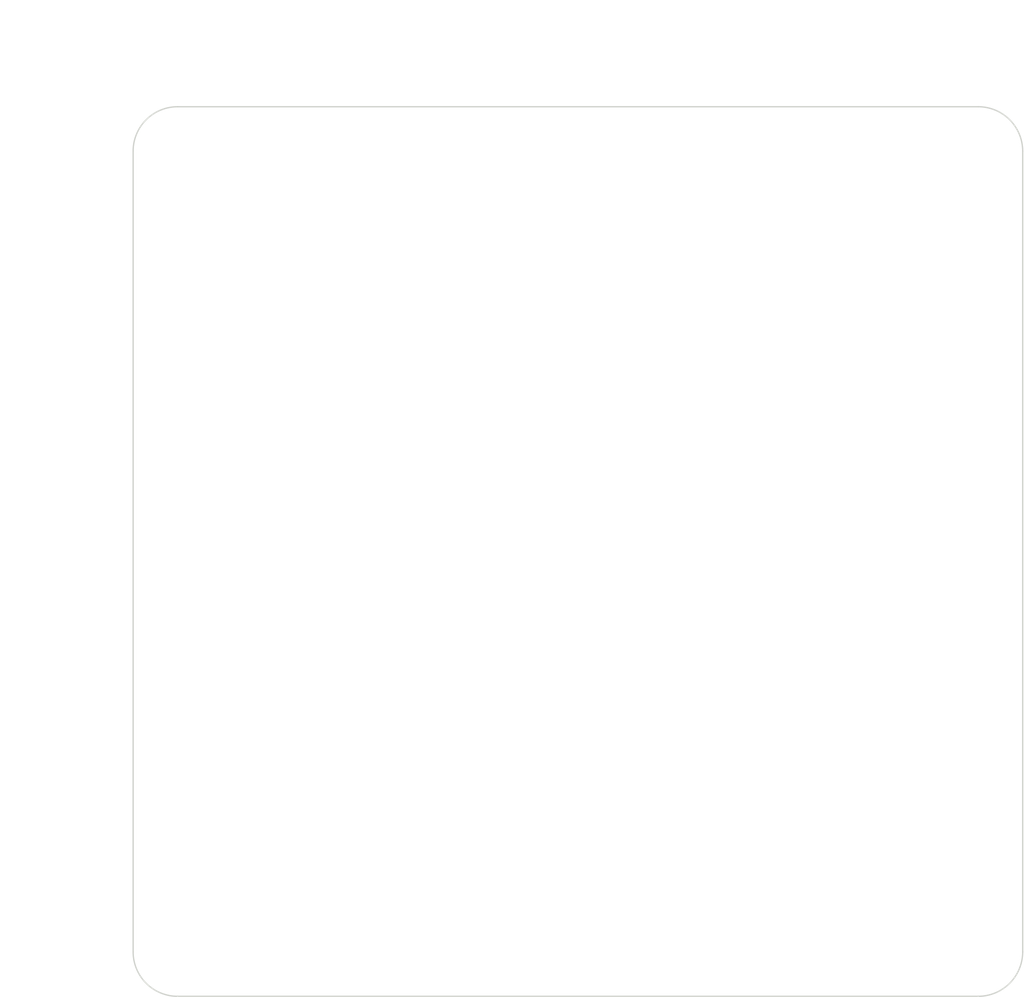
<source format=kicad_pcb>
(kicad_pcb (version 20171130) (host pcbnew 5.1.10-88a1d61d58~90~ubuntu20.04.1)

  (general
    (thickness 1.6)
    (drawings 28)
    (tracks 0)
    (zones 0)
    (modules 4)
    (nets 1)
  )

  (page A4)
  (layers
    (0 F.Cu signal)
    (31 B.Cu signal)
    (32 B.Adhes user)
    (33 F.Adhes user)
    (34 B.Paste user)
    (35 F.Paste user)
    (36 B.SilkS user)
    (37 F.SilkS user)
    (38 B.Mask user)
    (39 F.Mask user)
    (40 Dwgs.User user)
    (41 Cmts.User user hide)
    (42 Eco1.User user)
    (43 Eco2.User user)
    (44 Edge.Cuts user)
    (45 Margin user)
    (46 B.CrtYd user)
    (47 F.CrtYd user)
    (48 B.Fab user)
    (49 F.Fab user)
  )

  (setup
    (last_trace_width 0.25)
    (trace_clearance 0.2)
    (zone_clearance 0.508)
    (zone_45_only no)
    (trace_min 0.2)
    (via_size 0.8)
    (via_drill 0.4)
    (via_min_size 0.4)
    (via_min_drill 0.3)
    (uvia_size 0.3)
    (uvia_drill 0.1)
    (uvias_allowed no)
    (uvia_min_size 0.2)
    (uvia_min_drill 0.1)
    (edge_width 0.05)
    (segment_width 0.2)
    (pcb_text_width 0.3)
    (pcb_text_size 1.5 1.5)
    (mod_edge_width 0.12)
    (mod_text_size 1 1)
    (mod_text_width 0.15)
    (pad_size 1.524 1.524)
    (pad_drill 0.762)
    (pad_to_mask_clearance 0)
    (aux_axis_origin 0 0)
    (grid_origin 165 40)
    (visible_elements FFFFFF7F)
    (pcbplotparams
      (layerselection 0x010fc_ffffffff)
      (usegerberextensions false)
      (usegerberattributes true)
      (usegerberadvancedattributes true)
      (creategerberjobfile true)
      (excludeedgelayer true)
      (linewidth 0.100000)
      (plotframeref false)
      (viasonmask false)
      (mode 1)
      (useauxorigin false)
      (hpglpennumber 1)
      (hpglpenspeed 20)
      (hpglpendiameter 15.000000)
      (psnegative false)
      (psa4output false)
      (plotreference true)
      (plotvalue true)
      (plotinvisibletext false)
      (padsonsilk false)
      (subtractmaskfromsilk false)
      (outputformat 1)
      (mirror false)
      (drillshape 1)
      (scaleselection 1)
      (outputdirectory ""))
  )

  (net 0 "")

  (net_class Default "This is the default net class."
    (clearance 0.2)
    (trace_width 0.25)
    (via_dia 0.8)
    (via_drill 0.4)
    (uvia_dia 0.3)
    (uvia_drill 0.1)
  )

  (module footprint:MountingHole_3.2mm_M3,rpi_like locked (layer F.Cu) (tedit 5E3FD253) (tstamp 61477A9A)
    (at 40 130)
    (descr "Mounting Hole 2.7mm, no annular, M2.5")
    (tags "mounting hole 2.7mm no annular m2.5")
    (path /6145F63E)
    (attr virtual)
    (fp_text reference H4 (at 0 -3.81) (layer F.SilkS) hide
      (effects (font (size 1 1) (thickness 0.15)))
    )
    (fp_text value MountingHole (at 0 3.7) (layer F.Fab)
      (effects (font (size 1 1) (thickness 0.15)))
    )
    (fp_circle (center 0 0) (end 2.7 0) (layer Cmts.User) (width 0.15))
    (fp_circle (center 0 0) (end 2.95 0) (layer F.CrtYd) (width 0.05))
    (fp_circle (center 0 0) (end 1.905 0) (layer F.Mask) (width 1.2))
    (fp_circle (center 0 0) (end 1.905 0) (layer B.Mask) (width 1.2))
    (fp_text user %R (at 0 -3.81) (layer F.Fab)
      (effects (font (size 1 1) (thickness 0.15)))
    )
    (pad "" np_thru_hole circle (at 0 0) (size 3.2 3.2) (drill 3.2) (layers *.Cu *.Mask)
      (solder_mask_margin 1.5) (clearance 1.5))
  )

  (module footprint:MountingHole_3.2mm_M3,rpi_like locked (layer F.Cu) (tedit 5E3FD253) (tstamp 614777DA)
    (at 130 130)
    (descr "Mounting Hole 2.7mm, no annular, M2.5")
    (tags "mounting hole 2.7mm no annular m2.5")
    (path /6145F800)
    (attr virtual)
    (fp_text reference H3 (at 0 -3.81) (layer F.SilkS) hide
      (effects (font (size 1 1) (thickness 0.15)))
    )
    (fp_text value MountingHole (at 0 3.7) (layer F.Fab)
      (effects (font (size 1 1) (thickness 0.15)))
    )
    (fp_circle (center 0 0) (end 2.7 0) (layer Cmts.User) (width 0.15))
    (fp_circle (center 0 0) (end 2.95 0) (layer F.CrtYd) (width 0.05))
    (fp_circle (center 0 0) (end 1.905 0) (layer F.Mask) (width 1.2))
    (fp_circle (center 0 0) (end 1.905 0) (layer B.Mask) (width 1.2))
    (fp_text user %R (at 0 -3.81) (layer F.Fab)
      (effects (font (size 1 1) (thickness 0.15)))
    )
    (pad "" np_thru_hole circle (at 0 0) (size 3.2 3.2) (drill 3.2) (layers *.Cu *.Mask)
      (solder_mask_margin 1.5) (clearance 1.5))
  )

  (module footprint:MountingHole_3.2mm_M3,rpi_like locked (layer F.Cu) (tedit 5E3FD253) (tstamp 6147751A)
    (at 130 40)
    (descr "Mounting Hole 2.7mm, no annular, M2.5")
    (tags "mounting hole 2.7mm no annular m2.5")
    (path /6145F4A7)
    (attr virtual)
    (fp_text reference H2 (at 0 -3.81) (layer F.SilkS) hide
      (effects (font (size 1 1) (thickness 0.15)))
    )
    (fp_text value MountingHole (at 0 3.7) (layer F.Fab)
      (effects (font (size 1 1) (thickness 0.15)))
    )
    (fp_circle (center 0 0) (end 2.7 0) (layer Cmts.User) (width 0.15))
    (fp_circle (center 0 0) (end 2.95 0) (layer F.CrtYd) (width 0.05))
    (fp_circle (center 0 0) (end 1.905 0) (layer F.Mask) (width 1.2))
    (fp_circle (center 0 0) (end 1.905 0) (layer B.Mask) (width 1.2))
    (fp_text user %R (at 0 -3.81) (layer F.Fab)
      (effects (font (size 1 1) (thickness 0.15)))
    )
    (pad "" np_thru_hole circle (at 0 0) (size 3.2 3.2) (drill 3.2) (layers *.Cu *.Mask)
      (solder_mask_margin 1.5) (clearance 1.5))
  )

  (module footprint:MountingHole_3.2mm_M3,rpi_like locked (layer F.Cu) (tedit 5E3FD253) (tstamp 6147725A)
    (at 40 40)
    (descr "Mounting Hole 2.7mm, no annular, M2.5")
    (tags "mounting hole 2.7mm no annular m2.5")
    (path /6145F2BE)
    (attr virtual)
    (fp_text reference H1 (at 0 -3.81) (layer F.SilkS) hide
      (effects (font (size 1 1) (thickness 0.15)))
    )
    (fp_text value MountingHole (at 0 3.7) (layer F.Fab)
      (effects (font (size 1 1) (thickness 0.15)))
    )
    (fp_circle (center 0 0) (end 2.7 0) (layer Cmts.User) (width 0.15))
    (fp_circle (center 0 0) (end 2.95 0) (layer F.CrtYd) (width 0.05))
    (fp_circle (center 0 0) (end 1.905 0) (layer F.Mask) (width 1.2))
    (fp_circle (center 0 0) (end 1.905 0) (layer B.Mask) (width 1.2))
    (fp_text user %R (at 0 -3.81) (layer F.Fab)
      (effects (font (size 1 1) (thickness 0.15)))
    )
    (pad "" np_thru_hole circle (at 0 0) (size 3.2 3.2) (drill 3.2) (layers *.Cu *.Mask)
      (solder_mask_margin 1.5) (clearance 1.5))
  )

  (dimension 100 (width 0.15) (layer Dwgs.User) (tstamp 61479527)
    (gr_text "100.000 mm" (at 23.7 85 90) (layer Dwgs.User) (tstamp 61479527)
      (effects (font (size 1 1) (thickness 0.15)))
    )
    (feature1 (pts (xy 30 35) (xy 24.413579 35)))
    (feature2 (pts (xy 30 135) (xy 24.413579 135)))
    (crossbar (pts (xy 25 135) (xy 25 35)))
    (arrow1a (pts (xy 25 35) (xy 25.586421 36.126504)))
    (arrow1b (pts (xy 25 35) (xy 24.413579 36.126504)))
    (arrow2a (pts (xy 25 135) (xy 25.586421 133.873496)))
    (arrow2b (pts (xy 25 135) (xy 24.413579 133.873496)))
  )
  (dimension 100 (width 0.15) (layer Dwgs.User) (tstamp 6147950B)
    (gr_text "100.000 mm" (at 85 23.7) (layer Dwgs.User) (tstamp 6147950B)
      (effects (font (size 1 1) (thickness 0.15)))
    )
    (feature1 (pts (xy 135 30) (xy 135 24.413579)))
    (feature2 (pts (xy 35 30) (xy 35 24.413579)))
    (crossbar (pts (xy 35 25) (xy 135 25)))
    (arrow1a (pts (xy 135 25) (xy 133.873496 25.586421)))
    (arrow1b (pts (xy 135 25) (xy 133.873496 24.413579)))
    (arrow2a (pts (xy 35 25) (xy 36.126504 25.586421)))
    (arrow2b (pts (xy 35 25) (xy 36.126504 24.413579)))
  )
  (gr_text "50mm x 50mm PCB" (at 173 42) (layer Cmts.User) (tstamp 61477D25)
    (effects (font (size 2 2) (thickness 0.3)) (justify left))
  )
  (gr_line (start 210 35) (end 160 35) (layer Cmts.User) (width 0.15) (tstamp 61477D00))
  (gr_line (start 210 85) (end 210 35) (layer Cmts.User) (width 0.15))
  (gr_line (start 160 85) (end 210 85) (layer Cmts.User) (width 0.15))
  (gr_line (start 160 35) (end 160 85) (layer Cmts.User) (width 0.15))
  (gr_text "100mm x 100mm PCB" (at 47 40) (layer Cmts.User)
    (effects (font (size 2 2) (thickness 0.3)) (justify left))
  )
  (gr_arc (start 130 40) (end 134 40) (angle -90) (layer Cmts.User) (width 0.15) (tstamp 61477CC2))
  (gr_line (start 134 40) (end 134 130) (layer Cmts.User) (width 0.15) (tstamp 61477CC1))
  (gr_arc (start 130 130) (end 130 134) (angle -90) (layer Cmts.User) (width 0.15) (tstamp 61477CC2))
  (gr_line (start 130 134) (end 40 134) (layer Cmts.User) (width 0.15) (tstamp 61477CC1))
  (gr_arc (start 40 130) (end 36 130) (angle -90) (layer Cmts.User) (width 0.15) (tstamp 61477CC2))
  (gr_line (start 36 130) (end 36 40) (layer Cmts.User) (width 0.15) (tstamp 61477CC1))
  (gr_line (start 40 36) (end 130 36) (layer Cmts.User) (width 0.15))
  (gr_arc (start 40 40) (end 40 36) (angle -90) (layer Cmts.User) (width 0.15))
  (gr_arc (start 130 40) (end 135 40) (angle -90) (layer Edge.Cuts) (width 0.15) (tstamp 6145EDD4))
  (gr_line (start 135 39.999999) (end 135 130) (layer Edge.Cuts) (width 0.15) (tstamp 6145EDD3))
  (gr_arc (start 130 130) (end 130 135) (angle -90) (layer Edge.Cuts) (width 0.15) (tstamp 6145EDD4))
  (gr_line (start 130 135) (end 40 135) (layer Edge.Cuts) (width 0.15) (tstamp 6145EDD3))
  (gr_arc (start 40 130) (end 35 130) (angle -90) (layer Edge.Cuts) (width 0.15) (tstamp 6145EDD4))
  (gr_line (start 35 130) (end 35 40) (layer Edge.Cuts) (width 0.15) (tstamp 6145EDD3))
  (gr_line (start 40 35) (end 130 35) (layer Edge.Cuts) (width 0.15) (tstamp 6145EDD0))
  (gr_arc (start 40 40) (end 40 35) (angle -90) (layer Edge.Cuts) (width 0.15) (tstamp 6145EDCD))
  (gr_line (start 135 35) (end 35 35) (layer Cmts.User) (width 0.15) (tstamp 6145ED62))
  (gr_line (start 135 135) (end 135 35) (layer Cmts.User) (width 0.15))
  (gr_line (start 35 135) (end 135 135) (layer Cmts.User) (width 0.15))
  (gr_line (start 35 35) (end 35 135) (layer Cmts.User) (width 0.15))

)

</source>
